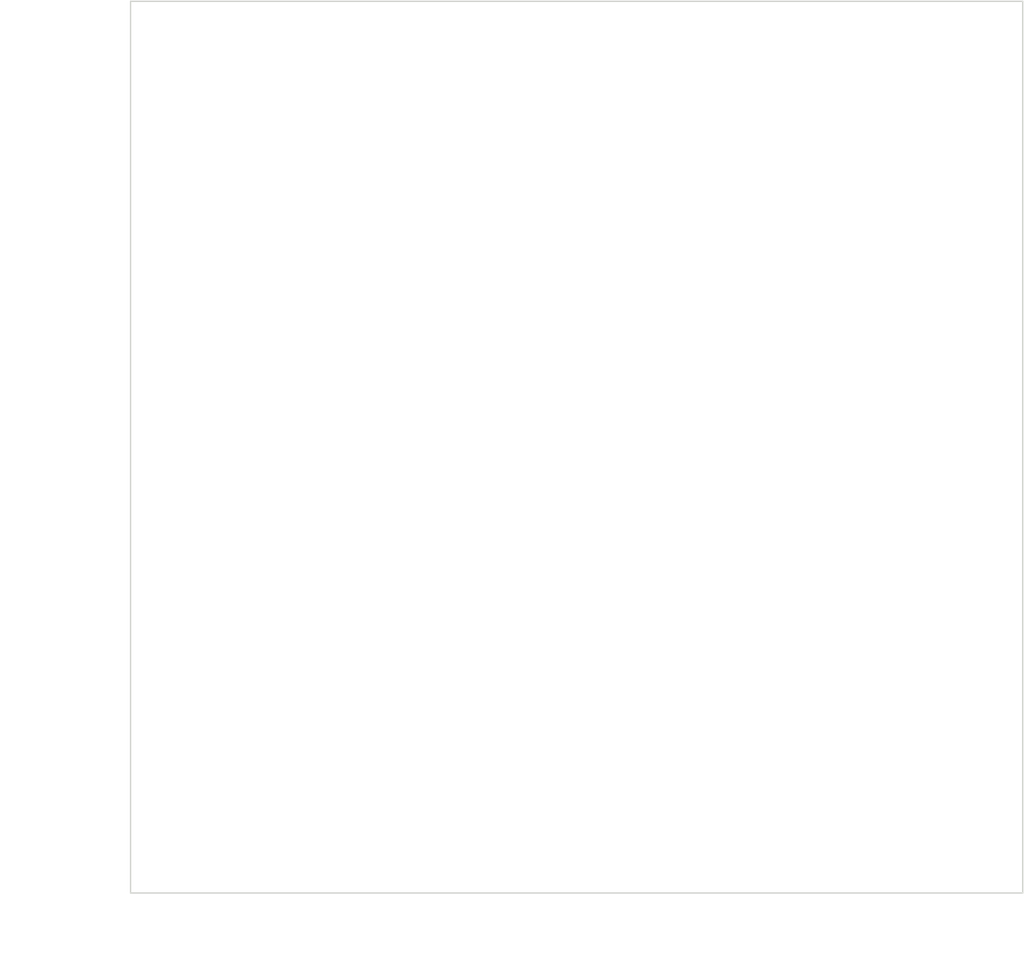
<source format=kicad_pcb>
(kicad_pcb (version 4) (host pcbnew 4.0.5)

  (general
    (links 0)
    (no_connects 0)
    (area 99.924999 49.924999 200.075001 150.075001)
    (thickness 1.6)
    (drawings 6)
    (tracks 0)
    (zones 0)
    (modules 0)
    (nets 1)
  )

  (page A4)
  (layers
    (0 F.Cu signal)
    (31 B.Cu signal)
    (32 B.Adhes user)
    (33 F.Adhes user)
    (34 B.Paste user)
    (35 F.Paste user)
    (36 B.SilkS user)
    (37 F.SilkS user)
    (38 B.Mask user)
    (39 F.Mask user)
    (40 Dwgs.User user)
    (41 Cmts.User user)
    (42 Eco1.User user)
    (43 Eco2.User user)
    (44 Edge.Cuts user)
    (45 Margin user)
    (46 B.CrtYd user)
    (47 F.CrtYd user)
    (48 B.Fab user)
    (49 F.Fab user)
  )

  (setup
    (last_trace_width 0.25)
    (trace_clearance 0.2)
    (zone_clearance 0.508)
    (zone_45_only no)
    (trace_min 0.2)
    (segment_width 0.2)
    (edge_width 0.15)
    (via_size 0.6)
    (via_drill 0.4)
    (via_min_size 0.4)
    (via_min_drill 0.3)
    (uvia_size 0.3)
    (uvia_drill 0.1)
    (uvias_allowed no)
    (uvia_min_size 0.2)
    (uvia_min_drill 0.1)
    (pcb_text_width 0.3)
    (pcb_text_size 1.5 1.5)
    (mod_edge_width 0.15)
    (mod_text_size 1 1)
    (mod_text_width 0.15)
    (pad_size 1.524 1.524)
    (pad_drill 0.762)
    (pad_to_mask_clearance 0.2)
    (aux_axis_origin 0 0)
    (grid_origin 100 150)
    (visible_elements 7FFFFFFF)
    (pcbplotparams
      (layerselection 0x00030_80000001)
      (usegerberextensions false)
      (excludeedgelayer true)
      (linewidth 0.100000)
      (plotframeref false)
      (viasonmask false)
      (mode 1)
      (useauxorigin false)
      (hpglpennumber 1)
      (hpglpenspeed 20)
      (hpglpendiameter 15)
      (hpglpenoverlay 2)
      (psnegative false)
      (psa4output false)
      (plotreference true)
      (plotvalue true)
      (plotinvisibletext false)
      (padsonsilk false)
      (subtractmaskfromsilk false)
      (outputformat 1)
      (mirror false)
      (drillshape 1)
      (scaleselection 1)
      (outputdirectory ""))
  )

  (net 0 "")

  (net_class Default "This is the default net class."
    (clearance 0.2)
    (trace_width 0.25)
    (via_dia 0.6)
    (via_drill 0.4)
    (uvia_dia 0.3)
    (uvia_drill 0.1)
  )

  (dimension 100 (width 0.3) (layer F.Fab)
    (gr_text "100.000 mm" (at 150 158.35) (layer F.Fab)
      (effects (font (size 1.5 1.5) (thickness 0.3)))
    )
    (feature1 (pts (xy 200 152) (xy 200 159.7)))
    (feature2 (pts (xy 100 152) (xy 100 159.7)))
    (crossbar (pts (xy 100 157) (xy 200 157)))
    (arrow1a (pts (xy 200 157) (xy 198.873496 157.586421)))
    (arrow1b (pts (xy 200 157) (xy 198.873496 156.413579)))
    (arrow2a (pts (xy 100 157) (xy 101.126504 157.586421)))
    (arrow2b (pts (xy 100 157) (xy 101.126504 156.413579)))
  )
  (dimension 100 (width 0.3) (layer F.Fab)
    (gr_text "100.000 mm" (at 91.65 100 270) (layer F.Fab)
      (effects (font (size 1.5 1.5) (thickness 0.3)))
    )
    (feature1 (pts (xy 98 150) (xy 90.3 150)))
    (feature2 (pts (xy 98 50) (xy 90.3 50)))
    (crossbar (pts (xy 93 50) (xy 93 150)))
    (arrow1a (pts (xy 93 150) (xy 92.413579 148.873496)))
    (arrow1b (pts (xy 93 150) (xy 93.586421 148.873496)))
    (arrow2a (pts (xy 93 50) (xy 92.413579 51.126504)))
    (arrow2b (pts (xy 93 50) (xy 93.586421 51.126504)))
  )
  (gr_line (start 100 50) (end 100 150) (angle 90) (layer Edge.Cuts) (width 0.15))
  (gr_line (start 200 50) (end 100 50) (angle 90) (layer Edge.Cuts) (width 0.15))
  (gr_line (start 200 150) (end 200 50) (angle 90) (layer Edge.Cuts) (width 0.15))
  (gr_line (start 100 150) (end 200 150) (angle 90) (layer Edge.Cuts) (width 0.15))

)

</source>
